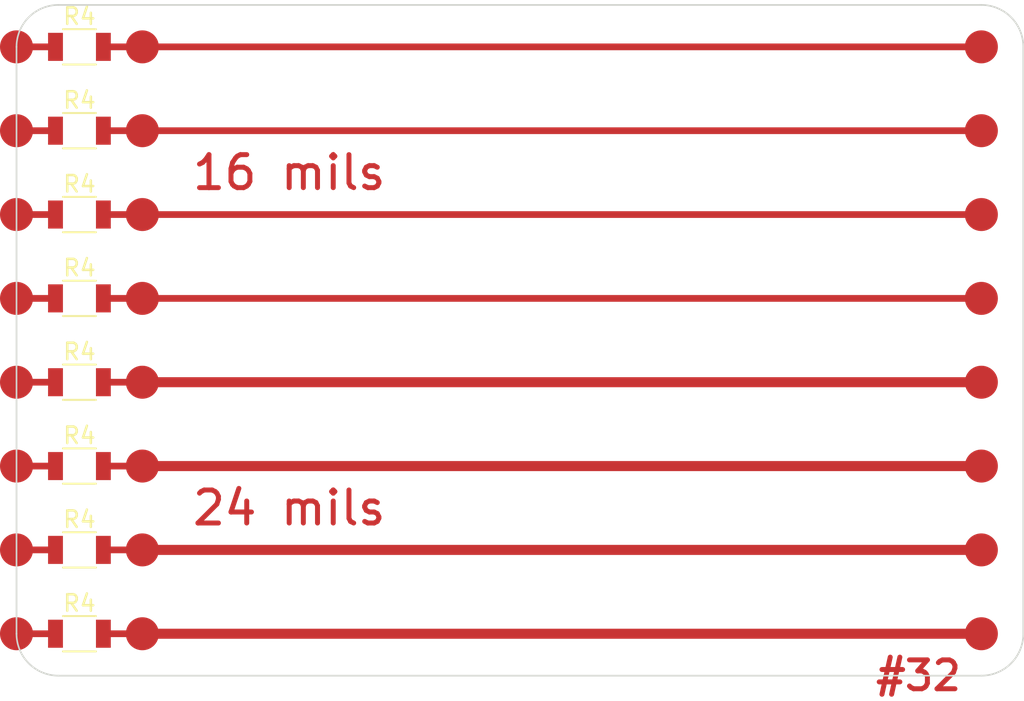
<source format=kicad_pcb>
(kicad_pcb (version 4) (host pcbnew 4.0.6)

  (general
    (links 39)
    (no_connects 15)
    (area 126.689 58.643 188.899001 101.118)
    (thickness 1.6)
    (drawings 12)
    (tracks 24)
    (zones 0)
    (modules 32)
    (nets 2)
  )

  (page USLetter)
  (layers
    (0 F.Cu signal)
    (31 B.Cu signal)
    (32 B.Adhes user)
    (33 F.Adhes user)
    (34 B.Paste user)
    (35 F.Paste user)
    (36 B.SilkS user)
    (37 F.SilkS user)
    (38 B.Mask user)
    (39 F.Mask user)
    (40 Dwgs.User user)
    (41 Cmts.User user)
    (42 Eco1.User user)
    (43 Eco2.User user)
    (44 Edge.Cuts user)
    (45 Margin user)
    (46 B.CrtYd user)
    (47 F.CrtYd user)
    (48 B.Fab user)
    (49 F.Fab user)
  )

  (setup
    (last_trace_width 0.6096)
    (user_trace_width 0.254)
    (user_trace_width 0.3048)
    (user_trace_width 0.3556)
    (user_trace_width 0.4064)
    (user_trace_width 0.6096)
    (trace_clearance 0.2)
    (zone_clearance 0.508)
    (zone_45_only no)
    (trace_min 0.2)
    (segment_width 0.2)
    (edge_width 0.1)
    (via_size 0.6)
    (via_drill 0.4)
    (via_min_size 0.4)
    (via_min_drill 0.3)
    (uvia_size 0.3)
    (uvia_drill 0.1)
    (uvias_allowed no)
    (uvia_min_size 0.2)
    (uvia_min_drill 0.1)
    (pcb_text_width 0.3)
    (pcb_text_size 1.27 1.27)
    (mod_edge_width 0.15)
    (mod_text_size 1.016 1.016)
    (mod_text_width 0.127)
    (pad_size 1.5 1.5)
    (pad_drill 0)
    (pad_to_mask_clearance 0)
    (aux_axis_origin 111.76 109.855)
    (grid_origin 0.889 0.508)
    (visible_elements 7FFFFFFF)
    (pcbplotparams
      (layerselection 0x010a0_00000001)
      (usegerberextensions true)
      (excludeedgelayer true)
      (linewidth 0.100000)
      (plotframeref false)
      (viasonmask false)
      (mode 1)
      (useauxorigin false)
      (hpglpennumber 1)
      (hpglpenspeed 20)
      (hpglpendiameter 15)
      (hpglpenoverlay 2)
      (psnegative false)
      (psa4output false)
      (plotreference true)
      (plotvalue true)
      (plotinvisibletext false)
      (padsonsilk false)
      (subtractmaskfromsilk false)
      (outputformat 1)
      (mirror false)
      (drillshape 0)
      (scaleselection 1)
      (outputdirectory gerbers/))
  )

  (net 0 "")
  (net 1 GND)

  (net_class Default "This is the default net class."
    (clearance 0.2)
    (trace_width 0.25)
    (via_dia 0.6)
    (via_drill 0.4)
    (uvia_dia 0.3)
    (uvia_drill 0.1)
    (add_net GND)
  )

  (module footprints:SewPad (layer F.Cu) (tedit 5C9A7292) (tstamp 5CA38CFC)
    (at 127.889 61.468 90)
    (descr "Through hole angled pin header, 1x01, 1.00mm pitch, 2.0mm pin length, single row")
    (tags "Through hole angled pin header THT 1x01 1.00mm single row")
    (path /5C9A7CEA)
    (fp_text reference JB2 (at 0 -0.25 90) (layer F.SilkS) hide
      (effects (font (size 0.5 0.5) (thickness 0.125)))
    )
    (fp_text value PAD (at 0 0.5 90) (layer F.Fab)
      (effects (font (size 0.6 0.6) (thickness 0.15)))
    )
    (pad 1 smd circle (at 0 0 90) (size 2 2) (layers F.Cu F.Mask)
      (net 1 GND))
    (model ${KISYS3DMOD}/Pin_Headers.3dshapes/Pin_Header_Angled_1x01_Pitch1.00mm.wrl
      (at (xyz 0 0 0))
      (scale (xyz 1 1 1))
      (rotate (xyz 0 0 0))
    )
  )

  (module footprints:SewPad (layer F.Cu) (tedit 5C9A7292) (tstamp 5CA38CF7)
    (at 127.889 66.548 90)
    (descr "Through hole angled pin header, 1x01, 1.00mm pitch, 2.0mm pin length, single row")
    (tags "Through hole angled pin header THT 1x01 1.00mm single row")
    (path /5C9A7CEA)
    (fp_text reference JB2 (at 0 -0.25 90) (layer F.SilkS) hide
      (effects (font (size 0.5 0.5) (thickness 0.125)))
    )
    (fp_text value PAD (at 0 0.5 90) (layer F.Fab)
      (effects (font (size 0.6 0.6) (thickness 0.15)))
    )
    (pad 1 smd circle (at 0 0 90) (size 2 2) (layers F.Cu F.Mask)
      (net 1 GND))
    (model ${KISYS3DMOD}/Pin_Headers.3dshapes/Pin_Header_Angled_1x01_Pitch1.00mm.wrl
      (at (xyz 0 0 0))
      (scale (xyz 1 1 1))
      (rotate (xyz 0 0 0))
    )
  )

  (module footprints:SewPad (layer F.Cu) (tedit 5C9A7292) (tstamp 5CA38CF2)
    (at 127.889 71.628 90)
    (descr "Through hole angled pin header, 1x01, 1.00mm pitch, 2.0mm pin length, single row")
    (tags "Through hole angled pin header THT 1x01 1.00mm single row")
    (path /5C9A7CEA)
    (fp_text reference JB2 (at 0 -0.25 90) (layer F.SilkS) hide
      (effects (font (size 0.5 0.5) (thickness 0.125)))
    )
    (fp_text value PAD (at 0 0.5 90) (layer F.Fab)
      (effects (font (size 0.6 0.6) (thickness 0.15)))
    )
    (pad 1 smd circle (at 0 0 90) (size 2 2) (layers F.Cu F.Mask)
      (net 1 GND))
    (model ${KISYS3DMOD}/Pin_Headers.3dshapes/Pin_Header_Angled_1x01_Pitch1.00mm.wrl
      (at (xyz 0 0 0))
      (scale (xyz 1 1 1))
      (rotate (xyz 0 0 0))
    )
  )

  (module footprints:SewPad (layer F.Cu) (tedit 5C9A7292) (tstamp 5CA38CED)
    (at 127.889 76.708 90)
    (descr "Through hole angled pin header, 1x01, 1.00mm pitch, 2.0mm pin length, single row")
    (tags "Through hole angled pin header THT 1x01 1.00mm single row")
    (path /5C9A7CEA)
    (fp_text reference JB2 (at 0 -0.25 90) (layer F.SilkS) hide
      (effects (font (size 0.5 0.5) (thickness 0.125)))
    )
    (fp_text value PAD (at 0 0.5 90) (layer F.Fab)
      (effects (font (size 0.6 0.6) (thickness 0.15)))
    )
    (pad 1 smd circle (at 0 0 90) (size 2 2) (layers F.Cu F.Mask)
      (net 1 GND))
    (model ${KISYS3DMOD}/Pin_Headers.3dshapes/Pin_Header_Angled_1x01_Pitch1.00mm.wrl
      (at (xyz 0 0 0))
      (scale (xyz 1 1 1))
      (rotate (xyz 0 0 0))
    )
  )

  (module footprints:SewPad (layer F.Cu) (tedit 5C9A7292) (tstamp 5CA38CE7)
    (at 127.889 81.788 90)
    (descr "Through hole angled pin header, 1x01, 1.00mm pitch, 2.0mm pin length, single row")
    (tags "Through hole angled pin header THT 1x01 1.00mm single row")
    (path /5C9A7CEA)
    (fp_text reference JB2 (at 0 -0.25 90) (layer F.SilkS) hide
      (effects (font (size 0.5 0.5) (thickness 0.125)))
    )
    (fp_text value PAD (at 0 0.5 90) (layer F.Fab)
      (effects (font (size 0.6 0.6) (thickness 0.15)))
    )
    (pad 1 smd circle (at 0 0 90) (size 2 2) (layers F.Cu F.Mask)
      (net 1 GND))
    (model ${KISYS3DMOD}/Pin_Headers.3dshapes/Pin_Header_Angled_1x01_Pitch1.00mm.wrl
      (at (xyz 0 0 0))
      (scale (xyz 1 1 1))
      (rotate (xyz 0 0 0))
    )
  )

  (module footprints:SewPad (layer F.Cu) (tedit 5C9A7292) (tstamp 5CA38CE2)
    (at 127.889 86.868 90)
    (descr "Through hole angled pin header, 1x01, 1.00mm pitch, 2.0mm pin length, single row")
    (tags "Through hole angled pin header THT 1x01 1.00mm single row")
    (path /5C9A7CEA)
    (fp_text reference JB2 (at 0 -0.25 90) (layer F.SilkS) hide
      (effects (font (size 0.5 0.5) (thickness 0.125)))
    )
    (fp_text value PAD (at 0 0.5 90) (layer F.Fab)
      (effects (font (size 0.6 0.6) (thickness 0.15)))
    )
    (pad 1 smd circle (at 0 0 90) (size 2 2) (layers F.Cu F.Mask)
      (net 1 GND))
    (model ${KISYS3DMOD}/Pin_Headers.3dshapes/Pin_Header_Angled_1x01_Pitch1.00mm.wrl
      (at (xyz 0 0 0))
      (scale (xyz 1 1 1))
      (rotate (xyz 0 0 0))
    )
  )

  (module footprints:SewPad (layer F.Cu) (tedit 5C9A7292) (tstamp 5CA38CDD)
    (at 127.889 91.948 90)
    (descr "Through hole angled pin header, 1x01, 1.00mm pitch, 2.0mm pin length, single row")
    (tags "Through hole angled pin header THT 1x01 1.00mm single row")
    (path /5C9A7CEA)
    (fp_text reference JB2 (at 0 -0.25 90) (layer F.SilkS) hide
      (effects (font (size 0.5 0.5) (thickness 0.125)))
    )
    (fp_text value PAD (at 0 0.5 90) (layer F.Fab)
      (effects (font (size 0.6 0.6) (thickness 0.15)))
    )
    (pad 1 smd circle (at 0 0 90) (size 2 2) (layers F.Cu F.Mask)
      (net 1 GND))
    (model ${KISYS3DMOD}/Pin_Headers.3dshapes/Pin_Header_Angled_1x01_Pitch1.00mm.wrl
      (at (xyz 0 0 0))
      (scale (xyz 1 1 1))
      (rotate (xyz 0 0 0))
    )
  )

  (module footprints:SewPad (layer F.Cu) (tedit 5C9A7292) (tstamp 5CA38CD8)
    (at 127.889 97.028 90)
    (descr "Through hole angled pin header, 1x01, 1.00mm pitch, 2.0mm pin length, single row")
    (tags "Through hole angled pin header THT 1x01 1.00mm single row")
    (path /5C9A7CEA)
    (fp_text reference JB2 (at 0 -0.25 90) (layer F.SilkS) hide
      (effects (font (size 0.5 0.5) (thickness 0.125)))
    )
    (fp_text value PAD (at 0 0.5 90) (layer F.Fab)
      (effects (font (size 0.6 0.6) (thickness 0.15)))
    )
    (pad 1 smd circle (at 0 0 90) (size 2 2) (layers F.Cu F.Mask)
      (net 1 GND))
    (model ${KISYS3DMOD}/Pin_Headers.3dshapes/Pin_Header_Angled_1x01_Pitch1.00mm.wrl
      (at (xyz 0 0 0))
      (scale (xyz 1 1 1))
      (rotate (xyz 0 0 0))
    )
  )

  (module footprints:R_1206 (layer F.Cu) (tedit 58E0A804) (tstamp 5CA38CC7)
    (at 131.699 97.028)
    (descr "Resistor SMD 1206, reflow soldering, Vishay (see dcrcw.pdf)")
    (tags "resistor 1206")
    (path /5CA39025)
    (attr smd)
    (fp_text reference R4 (at 0 -1.85) (layer F.SilkS)
      (effects (font (size 1 1) (thickness 0.15)))
    )
    (fp_text value 0 (at 0 1.95) (layer F.Fab)
      (effects (font (size 1 1) (thickness 0.15)))
    )
    (fp_text user %R (at 0 0) (layer F.Fab)
      (effects (font (size 0.7 0.7) (thickness 0.105)))
    )
    (fp_line (start -1.6 0.8) (end -1.6 -0.8) (layer F.Fab) (width 0.1))
    (fp_line (start 1.6 0.8) (end -1.6 0.8) (layer F.Fab) (width 0.1))
    (fp_line (start 1.6 -0.8) (end 1.6 0.8) (layer F.Fab) (width 0.1))
    (fp_line (start -1.6 -0.8) (end 1.6 -0.8) (layer F.Fab) (width 0.1))
    (fp_line (start 1 1.07) (end -1 1.07) (layer F.SilkS) (width 0.12))
    (fp_line (start -1 -1.07) (end 1 -1.07) (layer F.SilkS) (width 0.12))
    (fp_line (start -2.15 -1.11) (end 2.15 -1.11) (layer F.CrtYd) (width 0.05))
    (fp_line (start -2.15 -1.11) (end -2.15 1.1) (layer F.CrtYd) (width 0.05))
    (fp_line (start 2.15 1.1) (end 2.15 -1.11) (layer F.CrtYd) (width 0.05))
    (fp_line (start 2.15 1.1) (end -2.15 1.1) (layer F.CrtYd) (width 0.05))
    (pad 1 smd rect (at -1.45 0) (size 0.9 1.7) (layers F.Cu F.Paste F.Mask)
      (net 1 GND))
    (pad 2 smd rect (at 1.45 0) (size 0.9 1.7) (layers F.Cu F.Paste F.Mask)
      (net 1 GND))
    (model ${KISYS3DMOD}/Resistors_SMD.3dshapes/R_1206.wrl
      (at (xyz 0 0 0))
      (scale (xyz 1 1 1))
      (rotate (xyz 0 0 0))
    )
  )

  (module footprints:R_1206 (layer F.Cu) (tedit 58E0A804) (tstamp 5CA38CB6)
    (at 131.699 91.948)
    (descr "Resistor SMD 1206, reflow soldering, Vishay (see dcrcw.pdf)")
    (tags "resistor 1206")
    (path /5CA39025)
    (attr smd)
    (fp_text reference R4 (at 0 -1.85) (layer F.SilkS)
      (effects (font (size 1 1) (thickness 0.15)))
    )
    (fp_text value 0 (at 0 1.95) (layer F.Fab)
      (effects (font (size 1 1) (thickness 0.15)))
    )
    (fp_text user %R (at 0 0) (layer F.Fab)
      (effects (font (size 0.7 0.7) (thickness 0.105)))
    )
    (fp_line (start -1.6 0.8) (end -1.6 -0.8) (layer F.Fab) (width 0.1))
    (fp_line (start 1.6 0.8) (end -1.6 0.8) (layer F.Fab) (width 0.1))
    (fp_line (start 1.6 -0.8) (end 1.6 0.8) (layer F.Fab) (width 0.1))
    (fp_line (start -1.6 -0.8) (end 1.6 -0.8) (layer F.Fab) (width 0.1))
    (fp_line (start 1 1.07) (end -1 1.07) (layer F.SilkS) (width 0.12))
    (fp_line (start -1 -1.07) (end 1 -1.07) (layer F.SilkS) (width 0.12))
    (fp_line (start -2.15 -1.11) (end 2.15 -1.11) (layer F.CrtYd) (width 0.05))
    (fp_line (start -2.15 -1.11) (end -2.15 1.1) (layer F.CrtYd) (width 0.05))
    (fp_line (start 2.15 1.1) (end 2.15 -1.11) (layer F.CrtYd) (width 0.05))
    (fp_line (start 2.15 1.1) (end -2.15 1.1) (layer F.CrtYd) (width 0.05))
    (pad 1 smd rect (at -1.45 0) (size 0.9 1.7) (layers F.Cu F.Paste F.Mask)
      (net 1 GND))
    (pad 2 smd rect (at 1.45 0) (size 0.9 1.7) (layers F.Cu F.Paste F.Mask)
      (net 1 GND))
    (model ${KISYS3DMOD}/Resistors_SMD.3dshapes/R_1206.wrl
      (at (xyz 0 0 0))
      (scale (xyz 1 1 1))
      (rotate (xyz 0 0 0))
    )
  )

  (module footprints:R_1206 (layer F.Cu) (tedit 58E0A804) (tstamp 5CA38CA5)
    (at 131.699 86.868)
    (descr "Resistor SMD 1206, reflow soldering, Vishay (see dcrcw.pdf)")
    (tags "resistor 1206")
    (path /5CA39025)
    (attr smd)
    (fp_text reference R4 (at 0 -1.85) (layer F.SilkS)
      (effects (font (size 1 1) (thickness 0.15)))
    )
    (fp_text value 0 (at 0 1.95) (layer F.Fab)
      (effects (font (size 1 1) (thickness 0.15)))
    )
    (fp_text user %R (at 0 0) (layer F.Fab)
      (effects (font (size 0.7 0.7) (thickness 0.105)))
    )
    (fp_line (start -1.6 0.8) (end -1.6 -0.8) (layer F.Fab) (width 0.1))
    (fp_line (start 1.6 0.8) (end -1.6 0.8) (layer F.Fab) (width 0.1))
    (fp_line (start 1.6 -0.8) (end 1.6 0.8) (layer F.Fab) (width 0.1))
    (fp_line (start -1.6 -0.8) (end 1.6 -0.8) (layer F.Fab) (width 0.1))
    (fp_line (start 1 1.07) (end -1 1.07) (layer F.SilkS) (width 0.12))
    (fp_line (start -1 -1.07) (end 1 -1.07) (layer F.SilkS) (width 0.12))
    (fp_line (start -2.15 -1.11) (end 2.15 -1.11) (layer F.CrtYd) (width 0.05))
    (fp_line (start -2.15 -1.11) (end -2.15 1.1) (layer F.CrtYd) (width 0.05))
    (fp_line (start 2.15 1.1) (end 2.15 -1.11) (layer F.CrtYd) (width 0.05))
    (fp_line (start 2.15 1.1) (end -2.15 1.1) (layer F.CrtYd) (width 0.05))
    (pad 1 smd rect (at -1.45 0) (size 0.9 1.7) (layers F.Cu F.Paste F.Mask)
      (net 1 GND))
    (pad 2 smd rect (at 1.45 0) (size 0.9 1.7) (layers F.Cu F.Paste F.Mask)
      (net 1 GND))
    (model ${KISYS3DMOD}/Resistors_SMD.3dshapes/R_1206.wrl
      (at (xyz 0 0 0))
      (scale (xyz 1 1 1))
      (rotate (xyz 0 0 0))
    )
  )

  (module footprints:R_1206 (layer F.Cu) (tedit 58E0A804) (tstamp 5CA38C94)
    (at 131.699 81.788)
    (descr "Resistor SMD 1206, reflow soldering, Vishay (see dcrcw.pdf)")
    (tags "resistor 1206")
    (path /5CA39025)
    (attr smd)
    (fp_text reference R4 (at 0 -1.85) (layer F.SilkS)
      (effects (font (size 1 1) (thickness 0.15)))
    )
    (fp_text value 0 (at 0 1.95) (layer F.Fab)
      (effects (font (size 1 1) (thickness 0.15)))
    )
    (fp_text user %R (at 0 0) (layer F.Fab)
      (effects (font (size 0.7 0.7) (thickness 0.105)))
    )
    (fp_line (start -1.6 0.8) (end -1.6 -0.8) (layer F.Fab) (width 0.1))
    (fp_line (start 1.6 0.8) (end -1.6 0.8) (layer F.Fab) (width 0.1))
    (fp_line (start 1.6 -0.8) (end 1.6 0.8) (layer F.Fab) (width 0.1))
    (fp_line (start -1.6 -0.8) (end 1.6 -0.8) (layer F.Fab) (width 0.1))
    (fp_line (start 1 1.07) (end -1 1.07) (layer F.SilkS) (width 0.12))
    (fp_line (start -1 -1.07) (end 1 -1.07) (layer F.SilkS) (width 0.12))
    (fp_line (start -2.15 -1.11) (end 2.15 -1.11) (layer F.CrtYd) (width 0.05))
    (fp_line (start -2.15 -1.11) (end -2.15 1.1) (layer F.CrtYd) (width 0.05))
    (fp_line (start 2.15 1.1) (end 2.15 -1.11) (layer F.CrtYd) (width 0.05))
    (fp_line (start 2.15 1.1) (end -2.15 1.1) (layer F.CrtYd) (width 0.05))
    (pad 1 smd rect (at -1.45 0) (size 0.9 1.7) (layers F.Cu F.Paste F.Mask)
      (net 1 GND))
    (pad 2 smd rect (at 1.45 0) (size 0.9 1.7) (layers F.Cu F.Paste F.Mask)
      (net 1 GND))
    (model ${KISYS3DMOD}/Resistors_SMD.3dshapes/R_1206.wrl
      (at (xyz 0 0 0))
      (scale (xyz 1 1 1))
      (rotate (xyz 0 0 0))
    )
  )

  (module footprints:R_1206 (layer F.Cu) (tedit 58E0A804) (tstamp 5CA38C83)
    (at 131.699 76.708)
    (descr "Resistor SMD 1206, reflow soldering, Vishay (see dcrcw.pdf)")
    (tags "resistor 1206")
    (path /5CA39025)
    (attr smd)
    (fp_text reference R4 (at 0 -1.85) (layer F.SilkS)
      (effects (font (size 1 1) (thickness 0.15)))
    )
    (fp_text value 0 (at 0 1.95) (layer F.Fab)
      (effects (font (size 1 1) (thickness 0.15)))
    )
    (fp_text user %R (at 0 0) (layer F.Fab)
      (effects (font (size 0.7 0.7) (thickness 0.105)))
    )
    (fp_line (start -1.6 0.8) (end -1.6 -0.8) (layer F.Fab) (width 0.1))
    (fp_line (start 1.6 0.8) (end -1.6 0.8) (layer F.Fab) (width 0.1))
    (fp_line (start 1.6 -0.8) (end 1.6 0.8) (layer F.Fab) (width 0.1))
    (fp_line (start -1.6 -0.8) (end 1.6 -0.8) (layer F.Fab) (width 0.1))
    (fp_line (start 1 1.07) (end -1 1.07) (layer F.SilkS) (width 0.12))
    (fp_line (start -1 -1.07) (end 1 -1.07) (layer F.SilkS) (width 0.12))
    (fp_line (start -2.15 -1.11) (end 2.15 -1.11) (layer F.CrtYd) (width 0.05))
    (fp_line (start -2.15 -1.11) (end -2.15 1.1) (layer F.CrtYd) (width 0.05))
    (fp_line (start 2.15 1.1) (end 2.15 -1.11) (layer F.CrtYd) (width 0.05))
    (fp_line (start 2.15 1.1) (end -2.15 1.1) (layer F.CrtYd) (width 0.05))
    (pad 1 smd rect (at -1.45 0) (size 0.9 1.7) (layers F.Cu F.Paste F.Mask)
      (net 1 GND))
    (pad 2 smd rect (at 1.45 0) (size 0.9 1.7) (layers F.Cu F.Paste F.Mask)
      (net 1 GND))
    (model ${KISYS3DMOD}/Resistors_SMD.3dshapes/R_1206.wrl
      (at (xyz 0 0 0))
      (scale (xyz 1 1 1))
      (rotate (xyz 0 0 0))
    )
  )

  (module footprints:R_1206 (layer F.Cu) (tedit 58E0A804) (tstamp 5CA38C72)
    (at 131.699 71.628)
    (descr "Resistor SMD 1206, reflow soldering, Vishay (see dcrcw.pdf)")
    (tags "resistor 1206")
    (path /5CA39025)
    (attr smd)
    (fp_text reference R4 (at 0 -1.85) (layer F.SilkS)
      (effects (font (size 1 1) (thickness 0.15)))
    )
    (fp_text value 0 (at 0 1.95) (layer F.Fab)
      (effects (font (size 1 1) (thickness 0.15)))
    )
    (fp_text user %R (at 0 0) (layer F.Fab)
      (effects (font (size 0.7 0.7) (thickness 0.105)))
    )
    (fp_line (start -1.6 0.8) (end -1.6 -0.8) (layer F.Fab) (width 0.1))
    (fp_line (start 1.6 0.8) (end -1.6 0.8) (layer F.Fab) (width 0.1))
    (fp_line (start 1.6 -0.8) (end 1.6 0.8) (layer F.Fab) (width 0.1))
    (fp_line (start -1.6 -0.8) (end 1.6 -0.8) (layer F.Fab) (width 0.1))
    (fp_line (start 1 1.07) (end -1 1.07) (layer F.SilkS) (width 0.12))
    (fp_line (start -1 -1.07) (end 1 -1.07) (layer F.SilkS) (width 0.12))
    (fp_line (start -2.15 -1.11) (end 2.15 -1.11) (layer F.CrtYd) (width 0.05))
    (fp_line (start -2.15 -1.11) (end -2.15 1.1) (layer F.CrtYd) (width 0.05))
    (fp_line (start 2.15 1.1) (end 2.15 -1.11) (layer F.CrtYd) (width 0.05))
    (fp_line (start 2.15 1.1) (end -2.15 1.1) (layer F.CrtYd) (width 0.05))
    (pad 1 smd rect (at -1.45 0) (size 0.9 1.7) (layers F.Cu F.Paste F.Mask)
      (net 1 GND))
    (pad 2 smd rect (at 1.45 0) (size 0.9 1.7) (layers F.Cu F.Paste F.Mask)
      (net 1 GND))
    (model ${KISYS3DMOD}/Resistors_SMD.3dshapes/R_1206.wrl
      (at (xyz 0 0 0))
      (scale (xyz 1 1 1))
      (rotate (xyz 0 0 0))
    )
  )

  (module footprints:R_1206 (layer F.Cu) (tedit 58E0A804) (tstamp 5CA38C61)
    (at 131.699 66.548)
    (descr "Resistor SMD 1206, reflow soldering, Vishay (see dcrcw.pdf)")
    (tags "resistor 1206")
    (path /5CA39025)
    (attr smd)
    (fp_text reference R4 (at 0 -1.85) (layer F.SilkS)
      (effects (font (size 1 1) (thickness 0.15)))
    )
    (fp_text value 0 (at 0 1.95) (layer F.Fab)
      (effects (font (size 1 1) (thickness 0.15)))
    )
    (fp_text user %R (at 0 0) (layer F.Fab)
      (effects (font (size 0.7 0.7) (thickness 0.105)))
    )
    (fp_line (start -1.6 0.8) (end -1.6 -0.8) (layer F.Fab) (width 0.1))
    (fp_line (start 1.6 0.8) (end -1.6 0.8) (layer F.Fab) (width 0.1))
    (fp_line (start 1.6 -0.8) (end 1.6 0.8) (layer F.Fab) (width 0.1))
    (fp_line (start -1.6 -0.8) (end 1.6 -0.8) (layer F.Fab) (width 0.1))
    (fp_line (start 1 1.07) (end -1 1.07) (layer F.SilkS) (width 0.12))
    (fp_line (start -1 -1.07) (end 1 -1.07) (layer F.SilkS) (width 0.12))
    (fp_line (start -2.15 -1.11) (end 2.15 -1.11) (layer F.CrtYd) (width 0.05))
    (fp_line (start -2.15 -1.11) (end -2.15 1.1) (layer F.CrtYd) (width 0.05))
    (fp_line (start 2.15 1.1) (end 2.15 -1.11) (layer F.CrtYd) (width 0.05))
    (fp_line (start 2.15 1.1) (end -2.15 1.1) (layer F.CrtYd) (width 0.05))
    (pad 1 smd rect (at -1.45 0) (size 0.9 1.7) (layers F.Cu F.Paste F.Mask)
      (net 1 GND))
    (pad 2 smd rect (at 1.45 0) (size 0.9 1.7) (layers F.Cu F.Paste F.Mask)
      (net 1 GND))
    (model ${KISYS3DMOD}/Resistors_SMD.3dshapes/R_1206.wrl
      (at (xyz 0 0 0))
      (scale (xyz 1 1 1))
      (rotate (xyz 0 0 0))
    )
  )

  (module footprints:SewPad (layer F.Cu) (tedit 5C9A7292) (tstamp 5CA384D8)
    (at 186.309 86.868 90)
    (descr "Through hole angled pin header, 1x01, 1.00mm pitch, 2.0mm pin length, single row")
    (tags "Through hole angled pin header THT 1x01 1.00mm single row")
    (path /5C9A7CEA)
    (fp_text reference JB2 (at 0 -0.25 90) (layer F.SilkS) hide
      (effects (font (size 0.5 0.5) (thickness 0.125)))
    )
    (fp_text value PAD (at 0 0.5 90) (layer F.Fab)
      (effects (font (size 0.6 0.6) (thickness 0.15)))
    )
    (pad 1 smd circle (at 0 0 90) (size 2 2) (layers F.Cu F.Mask)
      (net 1 GND))
    (model ${KISYS3DMOD}/Pin_Headers.3dshapes/Pin_Header_Angled_1x01_Pitch1.00mm.wrl
      (at (xyz 0 0 0))
      (scale (xyz 1 1 1))
      (rotate (xyz 0 0 0))
    )
  )

  (module footprints:SewPad (layer F.Cu) (tedit 5C9A7292) (tstamp 5CA384D2)
    (at 186.309 81.788 90)
    (descr "Through hole angled pin header, 1x01, 1.00mm pitch, 2.0mm pin length, single row")
    (tags "Through hole angled pin header THT 1x01 1.00mm single row")
    (path /5C9A7CEA)
    (fp_text reference JB2 (at 0 -0.25 90) (layer F.SilkS) hide
      (effects (font (size 0.5 0.5) (thickness 0.125)))
    )
    (fp_text value PAD (at 0 0.5 90) (layer F.Fab)
      (effects (font (size 0.6 0.6) (thickness 0.15)))
    )
    (pad 1 smd circle (at 0 0 90) (size 2 2) (layers F.Cu F.Mask)
      (net 1 GND))
    (model ${KISYS3DMOD}/Pin_Headers.3dshapes/Pin_Header_Angled_1x01_Pitch1.00mm.wrl
      (at (xyz 0 0 0))
      (scale (xyz 1 1 1))
      (rotate (xyz 0 0 0))
    )
  )

  (module footprints:SewPad (layer F.Cu) (tedit 5C9A7292) (tstamp 5CA384BE)
    (at 135.509 86.868 90)
    (descr "Through hole angled pin header, 1x01, 1.00mm pitch, 2.0mm pin length, single row")
    (tags "Through hole angled pin header THT 1x01 1.00mm single row")
    (path /5C9A7CEA)
    (fp_text reference JB2 (at 0 -0.25 90) (layer F.SilkS) hide
      (effects (font (size 0.5 0.5) (thickness 0.125)))
    )
    (fp_text value PAD (at 0 0.5 90) (layer F.Fab)
      (effects (font (size 0.6 0.6) (thickness 0.15)))
    )
    (pad 1 smd circle (at 0 0 90) (size 2 2) (layers F.Cu F.Mask)
      (net 1 GND))
    (model ${KISYS3DMOD}/Pin_Headers.3dshapes/Pin_Header_Angled_1x01_Pitch1.00mm.wrl
      (at (xyz 0 0 0))
      (scale (xyz 1 1 1))
      (rotate (xyz 0 0 0))
    )
  )

  (module footprints:SewPad (layer F.Cu) (tedit 5C9A7292) (tstamp 5CA384B4)
    (at 135.509 81.788 90)
    (descr "Through hole angled pin header, 1x01, 1.00mm pitch, 2.0mm pin length, single row")
    (tags "Through hole angled pin header THT 1x01 1.00mm single row")
    (path /5C9A7CEA)
    (fp_text reference JB2 (at 0 -0.25 90) (layer F.SilkS) hide
      (effects (font (size 0.5 0.5) (thickness 0.125)))
    )
    (fp_text value PAD (at 0 0.5 90) (layer F.Fab)
      (effects (font (size 0.6 0.6) (thickness 0.15)))
    )
    (pad 1 smd circle (at 0 0 90) (size 2 2) (layers F.Cu F.Mask)
      (net 1 GND))
    (model ${KISYS3DMOD}/Pin_Headers.3dshapes/Pin_Header_Angled_1x01_Pitch1.00mm.wrl
      (at (xyz 0 0 0))
      (scale (xyz 1 1 1))
      (rotate (xyz 0 0 0))
    )
  )

  (module footprints:SewPad (layer F.Cu) (tedit 5C9A7292) (tstamp 5CA2A0E9)
    (at 186.309 61.468 90)
    (descr "Through hole angled pin header, 1x01, 1.00mm pitch, 2.0mm pin length, single row")
    (tags "Through hole angled pin header THT 1x01 1.00mm single row")
    (path /5C9A7CEA)
    (fp_text reference JB2 (at 0 -0.25 90) (layer F.SilkS) hide
      (effects (font (size 0.5 0.5) (thickness 0.125)))
    )
    (fp_text value PAD (at 0 0.5 90) (layer F.Fab)
      (effects (font (size 0.6 0.6) (thickness 0.15)))
    )
    (pad 1 smd circle (at 0 0 90) (size 2 2) (layers F.Cu F.Mask)
      (net 1 GND))
    (model ${KISYS3DMOD}/Pin_Headers.3dshapes/Pin_Header_Angled_1x01_Pitch1.00mm.wrl
      (at (xyz 0 0 0))
      (scale (xyz 1 1 1))
      (rotate (xyz 0 0 0))
    )
  )

  (module footprints:SewPad (layer F.Cu) (tedit 5C9A7292) (tstamp 5CA2A0E2)
    (at 135.509 61.468 90)
    (descr "Through hole angled pin header, 1x01, 1.00mm pitch, 2.0mm pin length, single row")
    (tags "Through hole angled pin header THT 1x01 1.00mm single row")
    (path /5C9A7CEA)
    (fp_text reference JB2 (at 0 -0.25 90) (layer F.SilkS) hide
      (effects (font (size 0.5 0.5) (thickness 0.125)))
    )
    (fp_text value PAD (at 0 0.5 90) (layer F.Fab)
      (effects (font (size 0.6 0.6) (thickness 0.15)))
    )
    (pad 1 smd circle (at 0 0 90) (size 2 2) (layers F.Cu F.Mask)
      (net 1 GND))
    (model ${KISYS3DMOD}/Pin_Headers.3dshapes/Pin_Header_Angled_1x01_Pitch1.00mm.wrl
      (at (xyz 0 0 0))
      (scale (xyz 1 1 1))
      (rotate (xyz 0 0 0))
    )
  )

  (module footprints:SewPad (layer F.Cu) (tedit 5C9A7292) (tstamp 5C9E5BD1)
    (at 186.309 66.548 90)
    (descr "Through hole angled pin header, 1x01, 1.00mm pitch, 2.0mm pin length, single row")
    (tags "Through hole angled pin header THT 1x01 1.00mm single row")
    (path /5C9A7CEA)
    (fp_text reference JB2 (at 0 -0.25 90) (layer F.SilkS) hide
      (effects (font (size 0.5 0.5) (thickness 0.125)))
    )
    (fp_text value PAD (at 0 0.5 90) (layer F.Fab)
      (effects (font (size 0.6 0.6) (thickness 0.15)))
    )
    (pad 1 smd circle (at 0 0 90) (size 2 2) (layers F.Cu F.Mask)
      (net 1 GND))
    (model ${KISYS3DMOD}/Pin_Headers.3dshapes/Pin_Header_Angled_1x01_Pitch1.00mm.wrl
      (at (xyz 0 0 0))
      (scale (xyz 1 1 1))
      (rotate (xyz 0 0 0))
    )
  )

  (module footprints:SewPad (layer F.Cu) (tedit 5C9A7292) (tstamp 5C9E5BCC)
    (at 135.509 66.548 90)
    (descr "Through hole angled pin header, 1x01, 1.00mm pitch, 2.0mm pin length, single row")
    (tags "Through hole angled pin header THT 1x01 1.00mm single row")
    (path /5C9A7CEA)
    (fp_text reference JB2 (at 0 -0.25 90) (layer F.SilkS) hide
      (effects (font (size 0.5 0.5) (thickness 0.125)))
    )
    (fp_text value PAD (at 0 0.5 90) (layer F.Fab)
      (effects (font (size 0.6 0.6) (thickness 0.15)))
    )
    (pad 1 smd circle (at 0 0 90) (size 2 2) (layers F.Cu F.Mask)
      (net 1 GND))
    (model ${KISYS3DMOD}/Pin_Headers.3dshapes/Pin_Header_Angled_1x01_Pitch1.00mm.wrl
      (at (xyz 0 0 0))
      (scale (xyz 1 1 1))
      (rotate (xyz 0 0 0))
    )
  )

  (module footprints:SewPad (layer F.Cu) (tedit 5C9A7292) (tstamp 5C9E5B70)
    (at 186.309 71.628 90)
    (descr "Through hole angled pin header, 1x01, 1.00mm pitch, 2.0mm pin length, single row")
    (tags "Through hole angled pin header THT 1x01 1.00mm single row")
    (path /5C9A7CEA)
    (fp_text reference JB2 (at 0 -0.25 90) (layer F.SilkS) hide
      (effects (font (size 0.5 0.5) (thickness 0.125)))
    )
    (fp_text value PAD (at 0 0.5 90) (layer F.Fab)
      (effects (font (size 0.6 0.6) (thickness 0.15)))
    )
    (pad 1 smd circle (at 0 0 90) (size 2 2) (layers F.Cu F.Mask)
      (net 1 GND))
    (model ${KISYS3DMOD}/Pin_Headers.3dshapes/Pin_Header_Angled_1x01_Pitch1.00mm.wrl
      (at (xyz 0 0 0))
      (scale (xyz 1 1 1))
      (rotate (xyz 0 0 0))
    )
  )

  (module footprints:SewPad (layer F.Cu) (tedit 5C9A7292) (tstamp 5C9E5B69)
    (at 186.309 76.708 90)
    (descr "Through hole angled pin header, 1x01, 1.00mm pitch, 2.0mm pin length, single row")
    (tags "Through hole angled pin header THT 1x01 1.00mm single row")
    (path /5C9A7CEA)
    (fp_text reference JB2 (at 0 -0.25 90) (layer F.SilkS) hide
      (effects (font (size 0.5 0.5) (thickness 0.125)))
    )
    (fp_text value PAD (at 0 0.5 90) (layer F.Fab)
      (effects (font (size 0.6 0.6) (thickness 0.15)))
    )
    (pad 1 smd circle (at 0 0 90) (size 2 2) (layers F.Cu F.Mask)
      (net 1 GND))
    (model ${KISYS3DMOD}/Pin_Headers.3dshapes/Pin_Header_Angled_1x01_Pitch1.00mm.wrl
      (at (xyz 0 0 0))
      (scale (xyz 1 1 1))
      (rotate (xyz 0 0 0))
    )
  )

  (module footprints:SewPad (layer F.Cu) (tedit 5C9A7292) (tstamp 5C9E5B64)
    (at 186.309 91.948 90)
    (descr "Through hole angled pin header, 1x01, 1.00mm pitch, 2.0mm pin length, single row")
    (tags "Through hole angled pin header THT 1x01 1.00mm single row")
    (path /5C9A7CEA)
    (fp_text reference JB2 (at 0 -0.25 90) (layer F.SilkS) hide
      (effects (font (size 0.5 0.5) (thickness 0.125)))
    )
    (fp_text value PAD (at 0 0.5 90) (layer F.Fab)
      (effects (font (size 0.6 0.6) (thickness 0.15)))
    )
    (pad 1 smd circle (at 0 0 90) (size 2 2) (layers F.Cu F.Mask)
      (net 1 GND))
    (model ${KISYS3DMOD}/Pin_Headers.3dshapes/Pin_Header_Angled_1x01_Pitch1.00mm.wrl
      (at (xyz 0 0 0))
      (scale (xyz 1 1 1))
      (rotate (xyz 0 0 0))
    )
  )

  (module footprints:SewPad (layer F.Cu) (tedit 5C9A7292) (tstamp 5C9E5B5F)
    (at 135.509 71.628 90)
    (descr "Through hole angled pin header, 1x01, 1.00mm pitch, 2.0mm pin length, single row")
    (tags "Through hole angled pin header THT 1x01 1.00mm single row")
    (path /5C9A7CEA)
    (fp_text reference JB2 (at 0 -0.25 90) (layer F.SilkS) hide
      (effects (font (size 0.5 0.5) (thickness 0.125)))
    )
    (fp_text value PAD (at 0 0.5 90) (layer F.Fab)
      (effects (font (size 0.6 0.6) (thickness 0.15)))
    )
    (pad 1 smd circle (at 0 0 90) (size 2 2) (layers F.Cu F.Mask)
      (net 1 GND))
    (model ${KISYS3DMOD}/Pin_Headers.3dshapes/Pin_Header_Angled_1x01_Pitch1.00mm.wrl
      (at (xyz 0 0 0))
      (scale (xyz 1 1 1))
      (rotate (xyz 0 0 0))
    )
  )

  (module footprints:SewPad (layer F.Cu) (tedit 5C9A7292) (tstamp 5C9E5B5A)
    (at 135.509 76.708 90)
    (descr "Through hole angled pin header, 1x01, 1.00mm pitch, 2.0mm pin length, single row")
    (tags "Through hole angled pin header THT 1x01 1.00mm single row")
    (path /5C9A7CEA)
    (fp_text reference JB2 (at 0 -0.25 90) (layer F.SilkS) hide
      (effects (font (size 0.5 0.5) (thickness 0.125)))
    )
    (fp_text value PAD (at 0 0.5 90) (layer F.Fab)
      (effects (font (size 0.6 0.6) (thickness 0.15)))
    )
    (pad 1 smd circle (at 0 0 90) (size 2 2) (layers F.Cu F.Mask)
      (net 1 GND))
    (model ${KISYS3DMOD}/Pin_Headers.3dshapes/Pin_Header_Angled_1x01_Pitch1.00mm.wrl
      (at (xyz 0 0 0))
      (scale (xyz 1 1 1))
      (rotate (xyz 0 0 0))
    )
  )

  (module footprints:SewPad (layer F.Cu) (tedit 5C9A7292) (tstamp 5C9E5B55)
    (at 135.509 91.948 90)
    (descr "Through hole angled pin header, 1x01, 1.00mm pitch, 2.0mm pin length, single row")
    (tags "Through hole angled pin header THT 1x01 1.00mm single row")
    (path /5C9A7CEA)
    (fp_text reference JB2 (at 0 -0.25 90) (layer F.SilkS) hide
      (effects (font (size 0.5 0.5) (thickness 0.125)))
    )
    (fp_text value PAD (at 0 0.5 90) (layer F.Fab)
      (effects (font (size 0.6 0.6) (thickness 0.15)))
    )
    (pad 1 smd circle (at 0 0 90) (size 2 2) (layers F.Cu F.Mask)
      (net 1 GND))
    (model ${KISYS3DMOD}/Pin_Headers.3dshapes/Pin_Header_Angled_1x01_Pitch1.00mm.wrl
      (at (xyz 0 0 0))
      (scale (xyz 1 1 1))
      (rotate (xyz 0 0 0))
    )
  )

  (module footprints:SewPad (layer F.Cu) (tedit 5C9A7292) (tstamp 5C9E5B23)
    (at 186.309 97.028 90)
    (descr "Through hole angled pin header, 1x01, 1.00mm pitch, 2.0mm pin length, single row")
    (tags "Through hole angled pin header THT 1x01 1.00mm single row")
    (path /5C9A7CEA)
    (fp_text reference JB2 (at 0 -0.25 90) (layer F.SilkS) hide
      (effects (font (size 0.5 0.5) (thickness 0.125)))
    )
    (fp_text value PAD (at 0 0.5 90) (layer F.Fab)
      (effects (font (size 0.6 0.6) (thickness 0.15)))
    )
    (pad 1 smd circle (at 0 0 90) (size 2 2) (layers F.Cu F.Mask)
      (net 1 GND))
    (model ${KISYS3DMOD}/Pin_Headers.3dshapes/Pin_Header_Angled_1x01_Pitch1.00mm.wrl
      (at (xyz 0 0 0))
      (scale (xyz 1 1 1))
      (rotate (xyz 0 0 0))
    )
  )

  (module footprints:SewPad (layer F.Cu) (tedit 5C9A7292) (tstamp 5C9E5B07)
    (at 135.509 97.028 90)
    (descr "Through hole angled pin header, 1x01, 1.00mm pitch, 2.0mm pin length, single row")
    (tags "Through hole angled pin header THT 1x01 1.00mm single row")
    (path /5C9A7CEA)
    (fp_text reference JB2 (at 0 -0.25 90) (layer F.SilkS) hide
      (effects (font (size 0.5 0.5) (thickness 0.125)))
    )
    (fp_text value PAD (at 0 0.5 90) (layer F.Fab)
      (effects (font (size 0.6 0.6) (thickness 0.15)))
    )
    (pad 1 smd circle (at 0 0 90) (size 2 2) (layers F.Cu F.Mask)
      (net 1 GND))
    (model ${KISYS3DMOD}/Pin_Headers.3dshapes/Pin_Header_Angled_1x01_Pitch1.00mm.wrl
      (at (xyz 0 0 0))
      (scale (xyz 1 1 1))
      (rotate (xyz 0 0 0))
    )
  )

  (module footprints:R_1206 (layer F.Cu) (tedit 58E0A804) (tstamp 5CA38BCC)
    (at 131.699 61.468)
    (descr "Resistor SMD 1206, reflow soldering, Vishay (see dcrcw.pdf)")
    (tags "resistor 1206")
    (path /5CA39025)
    (attr smd)
    (fp_text reference R4 (at 0 -1.85) (layer F.SilkS)
      (effects (font (size 1 1) (thickness 0.15)))
    )
    (fp_text value 0 (at 0 1.95) (layer F.Fab)
      (effects (font (size 1 1) (thickness 0.15)))
    )
    (fp_text user %R (at 0 0) (layer F.Fab)
      (effects (font (size 0.7 0.7) (thickness 0.105)))
    )
    (fp_line (start -1.6 0.8) (end -1.6 -0.8) (layer F.Fab) (width 0.1))
    (fp_line (start 1.6 0.8) (end -1.6 0.8) (layer F.Fab) (width 0.1))
    (fp_line (start 1.6 -0.8) (end 1.6 0.8) (layer F.Fab) (width 0.1))
    (fp_line (start -1.6 -0.8) (end 1.6 -0.8) (layer F.Fab) (width 0.1))
    (fp_line (start 1 1.07) (end -1 1.07) (layer F.SilkS) (width 0.12))
    (fp_line (start -1 -1.07) (end 1 -1.07) (layer F.SilkS) (width 0.12))
    (fp_line (start -2.15 -1.11) (end 2.15 -1.11) (layer F.CrtYd) (width 0.05))
    (fp_line (start -2.15 -1.11) (end -2.15 1.1) (layer F.CrtYd) (width 0.05))
    (fp_line (start 2.15 1.1) (end 2.15 -1.11) (layer F.CrtYd) (width 0.05))
    (fp_line (start 2.15 1.1) (end -2.15 1.1) (layer F.CrtYd) (width 0.05))
    (pad 1 smd rect (at -1.45 0) (size 0.9 1.7) (layers F.Cu F.Paste F.Mask)
      (net 1 GND))
    (pad 2 smd rect (at 1.45 0) (size 0.9 1.7) (layers F.Cu F.Paste F.Mask)
      (net 1 GND))
    (model ${KISYS3DMOD}/Resistors_SMD.3dshapes/R_1206.wrl
      (at (xyz 0 0 0))
      (scale (xyz 1 1 1))
      (rotate (xyz 0 0 0))
    )
  )

  (gr_text "24 mils" (at 144.399 89.408) (layer F.Cu)
    (effects (font (size 2 2) (thickness 0.3)))
  )
  (gr_text "#32" (at 182.499 99.568) (layer F.Cu)
    (effects (font (size 1.75 1.75) (thickness 0.3)))
  )
  (gr_text "16 mils" (at 144.399 69.088) (layer F.Cu)
    (effects (font (size 2 2) (thickness 0.3)))
  )
  (dimension 50.8 (width 0.3) (layer Dwgs.User)
    (gr_text "2.0000 in" (at 160.909 60.233) (layer Dwgs.User)
      (effects (font (size 1.27 1.27) (thickness 0.3)))
    )
    (feature1 (pts (xy 186.309 64.008) (xy 186.309 58.998)))
    (feature2 (pts (xy 135.509 64.008) (xy 135.509 58.998)))
    (crossbar (pts (xy 135.509 61.468) (xy 186.309 61.468)))
    (arrow1a (pts (xy 186.309 61.468) (xy 185.182496 62.054421)))
    (arrow1b (pts (xy 186.309 61.468) (xy 185.182496 60.881579)))
    (arrow2a (pts (xy 135.509 61.468) (xy 136.635504 62.054421)))
    (arrow2b (pts (xy 135.509 61.468) (xy 136.635504 60.881579)))
  )
  (gr_line (start 130.429 58.928) (end 186.309 58.928) (angle 90) (layer Edge.Cuts) (width 0.1))
  (gr_line (start 186.309 99.568) (end 130.429 99.568) (angle 90) (layer Edge.Cuts) (width 0.1))
  (gr_arc (start 130.429 61.468) (end 127.889 61.468) (angle 90) (layer Edge.Cuts) (width 0.1))
  (gr_arc (start 186.309 61.468) (end 186.309 58.928) (angle 90) (layer Edge.Cuts) (width 0.1))
  (gr_arc (start 186.309 97.028) (end 188.849 97.028) (angle 90) (layer Edge.Cuts) (width 0.1))
  (gr_arc (start 130.429 97.028) (end 130.429 99.568) (angle 90) (layer Edge.Cuts) (width 0.1))
  (gr_line (start 127.889 61.468) (end 127.889 97.028) (angle 90) (layer Edge.Cuts) (width 0.1))
  (gr_line (start 188.849 97.028) (end 188.849 61.468) (angle 90) (layer Edge.Cuts) (width 0.1))

  (segment (start 135.509 97.028) (end 186.309 97.028) (width 0.6096) (layer F.Cu) (net 1) (status C00000))
  (segment (start 135.509 91.948) (end 186.309 91.948) (width 0.6096) (layer F.Cu) (net 1) (status C00000))
  (segment (start 135.509 86.868) (end 186.309 86.868) (width 0.6096) (layer F.Cu) (net 1) (status C00000))
  (segment (start 135.509 81.788) (end 186.309 81.788) (width 0.6096) (layer F.Cu) (net 1) (status C00000))
  (segment (start 135.509 66.548) (end 186.309 66.548) (width 0.4064) (layer F.Cu) (net 1))
  (segment (start 135.509 61.468) (end 186.309 61.468) (width 0.4064) (layer F.Cu) (net 1))
  (segment (start 133.149 61.468) (end 135.509 61.468) (width 0.4064) (layer F.Cu) (net 1))
  (segment (start 133.149 66.548) (end 135.509 66.548) (width 0.4064) (layer F.Cu) (net 1))
  (segment (start 133.149 81.788) (end 135.509 81.788) (width 0.4064) (layer F.Cu) (net 1))
  (segment (start 133.149 86.868) (end 135.509 86.868) (width 0.4064) (layer F.Cu) (net 1))
  (segment (start 133.149 91.948) (end 135.509 91.948) (width 0.4064) (layer F.Cu) (net 1))
  (segment (start 133.149 97.028) (end 135.509 97.028) (width 0.4064) (layer F.Cu) (net 1))
  (segment (start 127.889 97.028) (end 130.249 97.028) (width 0.4064) (layer F.Cu) (net 1))
  (segment (start 127.889 91.948) (end 130.249 91.948) (width 0.4064) (layer F.Cu) (net 1))
  (segment (start 127.889 86.868) (end 130.249 86.868) (width 0.4064) (layer F.Cu) (net 1))
  (segment (start 127.889 81.788) (end 130.249 81.788) (width 0.4064) (layer F.Cu) (net 1))
  (segment (start 127.889 66.548) (end 130.249 66.548) (width 0.4064) (layer F.Cu) (net 1))
  (segment (start 127.889 61.468) (end 130.249 61.468) (width 0.4064) (layer F.Cu) (net 1))
  (segment (start 133.149 76.708) (end 135.509 76.708) (width 0.4064) (layer F.Cu) (net 1))
  (segment (start 127.889 76.708) (end 130.249 76.708) (width 0.4064) (layer F.Cu) (net 1))
  (segment (start 133.149 71.628) (end 135.509 71.628) (width 0.4064) (layer F.Cu) (net 1))
  (segment (start 127.889 71.628) (end 130.249 71.628) (width 0.4064) (layer F.Cu) (net 1))
  (segment (start 135.509 76.708) (end 186.309 76.708) (width 0.4064) (layer F.Cu) (net 1))
  (segment (start 135.509 71.628) (end 186.309 71.628) (width 0.4064) (layer F.Cu) (net 1))

)

</source>
